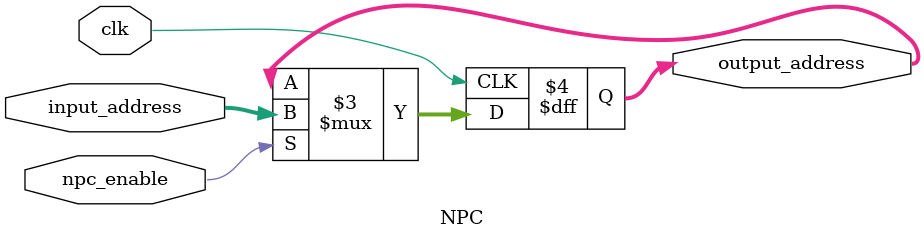
<source format=v>
`timescale 1ns / 1ps
module NPC(
    input      [31:0] input_address,
    input             clk,
	 input             npc_enable,
	 output reg [31:0] output_address
    );

	always@(negedge clk) begin
		output_address = (npc_enable==1)? input_address : output_address;
	end
	
endmodule

</source>
